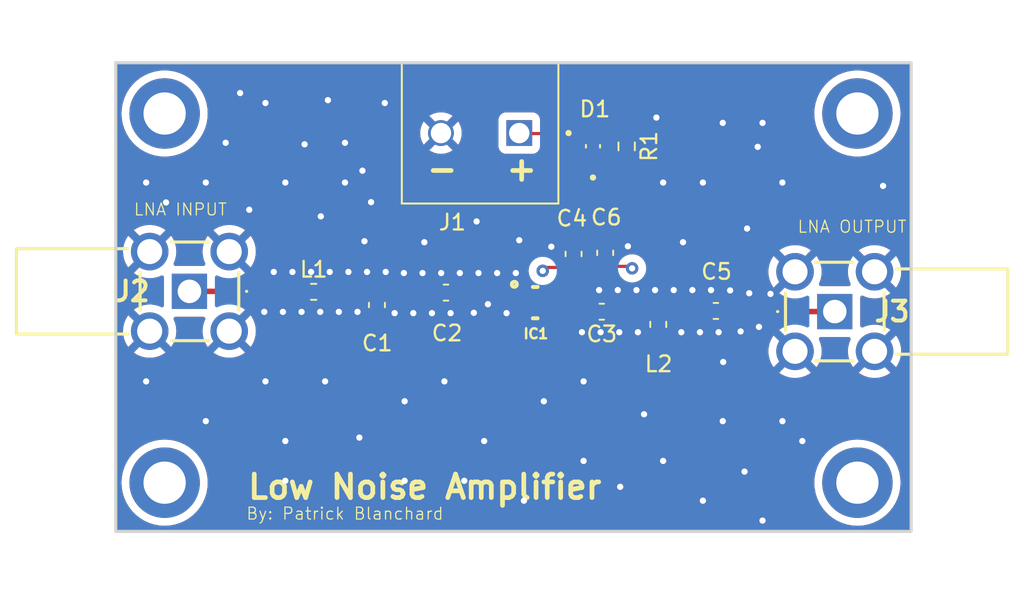
<source format=kicad_pcb>
(kicad_pcb (version 20221018) (generator pcbnew)
  (layers (0 "F.Cu" signal) (1 "In1.Cu" signal) (2 "In2.Cu" signal) (31 "B.Cu" signal) (36 "B.SilkS" user "B.Silkscreen") (37 "F.SilkS" user "F.Silkscreen") (38 "B.Mask" user) (39 "F.Mask" user) (44 "Edge.Cuts" user))
  (net 0 "")
  (net 1 "Net-(C1-Pad1)")
  (net 2 "GND")
  (net 3 "Net-(IC1-IN)")
  (net 4 "Net-(C3-Pad1)")
  (net 5 "Net-(IC1-OUT)")
  (net 6 "+3.3V")
  (net 7 "LNA_OUTPUT")
  (net 8 "Net-(D1-PadC)")
  (net 9 "LNA_INPUT")
  (footprint "Capacitor_SMD:C_0603_1608Metric_Pad1.08x0.95mm_HandSolder" (layer "F.Cu") (at 184.98 119.96)
    (fp_text reference "C5" (at 0.04 -2.51) (layer "F.SilkS"))
    (fp_text value "2 pF")
    (fp_line (start -0.146267 -0.51) (end 0.146267 -0.51) (stroke (width 0.12)) (layer "F.SilkS"))
    (fp_line (start -0.146267 0.51) (end 0.146267 0.51) (stroke (width 0.12)) (layer "F.SilkS"))
    (pad "1" smd roundrect (at -0.8625 0) (size 1.075 0.95) (layers "F.Cu" "F.Paste" "F.Mask") (net 4 "Net-(C3-Pad1)"))
    (pad "2" smd roundrect (at 0.8625 0) (size 1.075 0.95) (layers "F.Cu" "F.Paste" "F.Mask") (net 7 "LNA_OUTPUT"))
  )
  (footprint "Inductor_SMD:L_0603_1608Metric_Pad1.05x0.95mm_HandSolder" (layer "F.Cu") (at 159.29 118.74)
    (fp_text reference "L1" (at 0 -1.43) (layer "F.SilkS"))
    (fp_text value "25 nH")
    (fp_line (start -0.171267 -0.51) (end 0.171267 -0.51) (stroke (width 0.12)) (layer "F.SilkS"))
    (fp_line (start -0.171267 0.51) (end 0.171267 0.51) (stroke (width 0.12)) (layer "F.SilkS"))
    (pad "1" smd roundrect (at -0.875 0) (size 1.05 0.95) (layers "F.Cu" "F.Paste" "F.Mask") (net 9 "LNA_INPUT"))
    (pad "2" smd roundrect (at 0.875 0) (size 1.05 0.95) (layers "F.Cu" "F.Paste" "F.Mask") (net 1 "Net-(C1-Pad1)"))
  )
  (footprint "Capacitor_SMD:C_0603_1608Metric_Pad1.08x0.95mm_HandSolder" (layer "F.Cu") (at 167.74 118.79 180)
    (fp_text reference "C2" (at -0.07 -2.59) (layer "F.SilkS"))
    (fp_text value "100 pF")
    (fp_line (start -0.146267 -0.51) (end 0.146267 -0.51) (stroke (width 0.12)) (layer "F.SilkS"))
    (fp_line (start -0.146267 0.51) (end 0.146267 0.51) (stroke (width 0.12)) (layer "F.SilkS"))
    (pad "1" smd roundrect (at -0.8625 0 180) (size 1.075 0.95) (layers "F.Cu" "F.Paste" "F.Mask") (net 3 "Net-(IC1-IN)"))
    (pad "2" smd roundrect (at 0.8625 0 180) (size 1.075 0.95) (layers "F.Cu" "F.Paste" "F.Mask") (net 1 "Net-(C1-Pad1)"))
  )
  (footprint "Capacitor_SMD:C_0603_1608Metric_Pad1.08x0.95mm_HandSolder" (layer "F.Cu") (at 163.33 119.58 -90)
    (fp_text reference "C1" (at 2.44 -0.02 -180) (layer "F.SilkS"))
    (fp_text value "2 pF")
    (fp_line (start -0.146267 -0.51) (end 0.146267 -0.51) (stroke (width 0.12)) (layer "F.SilkS"))
    (fp_line (start -0.146267 0.51) (end 0.146267 0.51) (stroke (width 0.12)) (layer "F.SilkS"))
    (pad "1" smd roundrect (at -0.8625 0 270) (size 1.075 0.95) (layers "F.Cu" "F.Paste" "F.Mask") (net 1 "Net-(C1-Pad1)"))
    (pad "2" smd roundrect (at 0.8625 0 270) (size 1.075 0.95) (layers "F.Cu" "F.Paste" "F.Mask") (net 2 "GND"))
  )
  (footprint "Capacitor_SMD:C_0603_1608Metric_Pad1.08x0.95mm_HandSolder" (layer "F.Cu") (at 175.89 116.32 90)
    (fp_text reference "C4" (at 2.27 -0.11 180) (layer "F.SilkS"))
    (fp_text value "10 nF")
    (fp_line (start -0.146267 -0.51) (end 0.146267 -0.51) (stroke (width 0.12)) (layer "F.SilkS"))
    (fp_line (start -0.146267 0.51) (end 0.146267 0.51) (stroke (width 0.12)) (layer "F.SilkS"))
    (pad "1" smd roundrect (at -0.8625 0 90) (size 1.075 0.95) (layers "F.Cu" "F.Paste" "F.Mask") (net 6 "+3.3V"))
    (pad "2" smd roundrect (at 0.8625 0 90) (size 1.075 0.95) (layers "F.Cu" "F.Paste" "F.Mask") (net 2 "GND"))
  )
  (footprint "sma:518144002" (layer "F.Cu") (at 151.355 118.71 180)
    (fp_text reference "J2" (at 3.655 0) (layer "F.SilkS") (effects (font (size 1.27 1.27) (thickness 0.254))))
    (fp_text value "50 ohm" hide)
    (fp_line (start -3.7 0) (end -3.7 0) (stroke (width 0.1)) (layer "F.SilkS"))
    (fp_line (start -3.6 0) (end -3.6 0) (stroke (width 0.1)) (layer "F.SilkS"))
    (fp_line (start -3.15 1.2) (end -3.15 -1.2) (stroke (width 0.2)) (layer "F.SilkS"))
    (fp_line (start -1.25 -3.15) (end 1.15 -3.15) (stroke (width 0.2)) (layer "F.SilkS"))
    (fp_line (start 1.15 3.15) (end -1.25 3.15) (stroke (width 0.2)) (layer "F.SilkS"))
    (fp_line (start 3.15 -1.2) (end 3.15 1.2) (stroke (width 0.2)) (layer "F.SilkS"))
    (fp_line (start 3.95 -2.725) (end 11.05 -2.725) (stroke (width 0.2)) (layer "F.SilkS"))
    (fp_line (start 11.05 -2.725) (end 11.05 2.725) (stroke (width 0.2)) (layer "F.SilkS"))
    (fp_line (start 11.05 2.725) (end 3.95 2.725) (stroke (width 0.2)) (layer "F.SilkS"))
    (fp_arc (start -3.7 0) (mid -3.65 -0.05) (end -3.6 0) (stroke (width 0.1)) (layer "F.SilkS"))
    (fp_arc (start -3.6 0) (mid -3.65 0.05) (end -3.7 0) (stroke (width 0.1)) (layer "F.SilkS"))
    (pad "1" thru_hole rect (at 0 0 180) (size 2.25 2.25) (drill 1.5) (layers "*.Cu" "*.Mask") (net 9 "LNA_INPUT"))
    (pad "2" thru_hole circle (at -2.54 -2.54 180) (size 2.4 2.4) (drill 1.6) (layers "*.Cu" "*.Mask") (net 2 "GND"))
    (pad "3" thru_hole circle (at -2.54 2.54 180) (size 2.4 2.4) (drill 1.6) (layers "*.Cu" "*.Mask") (net 2 "GND"))
    (pad "4" thru_hole circle (at 2.54 2.54 180) (size 2.4 2.4) (drill 1.6) (layers "*.Cu" "*.Mask") (net 2 "GND"))
    (pad "5" thru_hole circle (at 2.54 -2.54 180) (size 2.4 2.4) (drill 1.6) (layers "*.Cu" "*.Mask") (net 2 "GND"))
  )
  (footprint "" (layer "F.Cu") (at 149.77 130.93)
    (fp_text reference "" (at 0 0) (layer "F.SilkS") (effects (font (size 1.27 1.27))))
    (fp_text value "" (at 0 0) (layer "F.SilkS") (effects (font (size 1.27 1.27))))
    (pad "1" thru_hole circle (at 0 0) (size 4.5 4.5) (drill 2.7) (layers "*.Cu" "*.Mask"))
  )
  (footprint "terminal block:PHOENIX_1935776" (layer "F.Cu") (at 169.92 108.6)
    (fp_text reference "J1" (at -1.772 5.7) (layer "F.SilkS"))
    (fp_text value "-")
    (fp_line (start -5 4.5) (end -5 -4.5) (stroke (width 0.127)) (layer "F.SilkS"))
    (fp_line (start 5 -4.5) (end -5 -4.5) (stroke (width 0.127)) (layer "F.SilkS"))
    (fp_line (start 5 -4.5) (end 5 4.5) (stroke (width 0.127)) (layer "F.SilkS"))
    (fp_line (start 5 4.5) (end -5 4.5) (stroke (width 0.127)) (layer "F.SilkS"))
    (fp_circle (center 5.65 0) (end 5.75 0) (stroke (width 0.2)) (fill none) (layer "F.SilkS"))
    (pad "01" thru_hole rect (at 2.5 0) (size 1.65 1.65) (drill 1.3) (layers "*.Cu" "*.Mask") (net 6 "+3.3V"))
    (pad "02" thru_hole circle (at -2.5 0) (size 1.65 1.65) (drill 1.3) (layers "*.Cu" "*.Mask") (net 2 "GND"))
  )
  (footprint "bga420:SOT343" (layer "F.Cu") (at 173.44 119.43 -90)
    (fp_text reference "IC1" (at 1.99 -0.04) (layer "F.SilkS") (effects (font (size 0.635 0.635) (thickness 0.15875))))
    (fp_text value "-" hide)
    (fp_line (start -1 -0.15) (end -1 0.15) (stroke (width 0.254)) (layer "F.SilkS"))
    (fp_line (start 1 -0.15) (end 1 0.15) (stroke (width 0.254)) (layer "F.SilkS"))
    (fp_circle (center -1.17 1.333) (end -1.17 1.36308) (stroke (width 0.254)) (fill none) (layer "F.SilkS"))
    (pad "1" smd rect (at -0.65 0.8 270) (size 0.6 0.8) (layers "F.Cu" "F.Paste" "F.Mask") (net 3 "Net-(IC1-IN)"))
    (pad "2" smd rect (at 0.5 0.8) (size 0.8 0.9) (layers "F.Cu" "F.Paste" "F.Mask") (net 2 "GND"))
    (pad "3" smd rect (at 0.65 -0.8 270) (size 0.6 0.8) (layers "F.Cu" "F.Paste" "F.Mask") (net 5 "Net-(IC1-OUT)"))
    (pad "4" smd rect (at -0.65 -0.8 270) (size 0.6 0.8) (layers "F.Cu" "F.Paste" "F.Mask") (net 6 "+3.3V"))
  )
  (footprint "0603 LED:LEDC1608X35N" (layer "F.Cu") (at 177.13 109.44 90)
    (fp_text reference "D1" (at 2.37 0.12 180) (layer "F.SilkS") (effects (font (size 1.002882 1.002882))))
    (fp_text value "-")
    (fp_line (start -0.085 -0.45) (end 0.085 -0.45) (stroke (width 0.127)) (layer "F.SilkS"))
    (fp_line (start 0.085 0.45) (end -0.085 0.45) (stroke (width 0.127)) (layer "F.SilkS"))
    (fp_circle (center -2 0) (end -1.9 0) (stroke (width 0.2)) (fill none) (layer "F.SilkS"))
    (pad "A" smd rect (at 0.81 0 90) (size 0.81 0.93) (layers "F.Cu" "F.Paste" "F.Mask") (net 6 "+3.3V"))
    (pad "C" smd rect (at -0.81 0 90) (size 0.81 0.93) (layers "F.Cu" "F.Paste" "F.Mask") (net 8 "Net-(D1-PadC)"))
  )
  (footprint "Inductor_SMD:L_0603_1608Metric_Pad1.05x0.95mm_HandSolder" (layer "F.Cu") (at 181.3 120.82 90)
    (fp_text reference "L2" (at -2.53 0.02 180) (layer "F.SilkS"))
    (fp_text value "25 nH")
    (fp_line (start -0.171267 -0.51) (end 0.171267 -0.51) (stroke (width 0.12)) (layer "F.SilkS"))
    (fp_line (start -0.171267 0.51) (end 0.171267 0.51) (stroke (width 0.12)) (layer "F.SilkS"))
    (pad "1" smd roundrect (at -0.875 0 90) (size 1.05 0.95) (layers "F.Cu" "F.Paste" "F.Mask") (net 2 "GND"))
    (pad "2" smd roundrect (at 0.875 0 90) (size 1.05 0.95) (layers "F.Cu" "F.Paste" "F.Mask") (net 4 "Net-(C3-Pad1)"))
  )
  (footprint "Resistor_SMD:R_0603_1608Metric_Pad0.98x0.95mm_HandSolder" (layer "F.Cu") (at 179.28 109.45 -90)
    (fp_text reference "R1" (at 0 -1.43 90) (layer "F.SilkS"))
    (fp_text value "1k")
    (fp_line (start -0.254724 -0.5225) (end 0.254724 -0.5225) (stroke (width 0.12)) (layer "F.SilkS"))
    (fp_line (start -0.254724 0.5225) (end 0.254724 0.5225) (stroke (width 0.12)) (layer "F.SilkS"))
    (pad "1" smd roundrect (at -0.9125 0 270) (size 0.975 0.95) (layers "F.Cu" "F.Paste" "F.Mask") (net 2 "GND"))
    (pad "2" smd roundrect (at 0.9125 0 270) (size 0.975 0.95) (layers "F.Cu" "F.Paste" "F.Mask") (net 8 "Net-(D1-PadC)"))
  )
  (footprint "Capacitor_SMD:C_0603_1608Metric_Pad1.08x0.95mm_HandSolder" (layer "F.Cu") (at 177.91 116.25 90)
    (fp_text reference "C6" (at 2.27 0.07 180) (layer "F.SilkS"))
    (fp_text value "100 pF")
    (fp_line (start -0.146267 -0.51) (end 0.146267 -0.51) (stroke (width 0.12)) (layer "F.SilkS"))
    (fp_line (start -0.146267 0.51) (end 0.146267 0.51) (stroke (width 0.12)) (layer "F.SilkS"))
    (pad "1" smd roundrect (at -0.8625 0 90) (size 1.075 0.95) (layers "F.Cu" "F.Paste" "F.Mask") (net 6 "+3.3V"))
    (pad "2" smd roundrect (at 0.8625 0 90) (size 1.075 0.95) (layers "F.Cu" "F.Paste" "F.Mask") (net 2 "GND"))
  )
  (footprint "" (layer "F.Cu") (at 194.02 130.93)
    (fp_text reference "" (at 0 0) (layer "F.SilkS") (effects (font (size 1.27 1.27))))
    (fp_text value "" (at 0 0) (layer "F.SilkS") (effects (font (size 1.27 1.27))))
    (pad "1" thru_hole circle (at 0 0) (size 4.5 4.5) (drill 2.7) (layers "*.Cu" "*.Mask"))
  )
  (footprint "" (layer "F.Cu") (at 149.77 107.35)
    (fp_text reference "" (at 0 0) (layer "F.SilkS") (effects (font (size 1.27 1.27))))
    (fp_text value "" (at 0 0) (layer "F.SilkS") (effects (font (size 1.27 1.27))))
    (pad "1" thru_hole circle (at 0 0) (size 4.5 4.5) (drill 2.7) (layers "*.Cu" "*.Mask"))
  )
  (footprint "Capacitor_SMD:C_0603_1608Metric_Pad1.08x0.95mm_HandSolder" (layer "F.Cu") (at 177.69 120.01 180)
    (fp_text reference "C3" (at 0 -1.43) (layer "F.SilkS"))
    (fp_text value "100 pF")
    (fp_line (start -0.146267 -0.51) (end 0.146267 -0.51) (stroke (width 0.12)) (layer "F.SilkS"))
    (fp_line (start -0.146267 0.51) (end 0.146267 0.51) (stroke (width 0.12)) (layer "F.SilkS"))
    (pad "1" smd roundrect (at -0.8625 0 180) (size 1.075 0.95) (layers "F.Cu" "F.Paste" "F.Mask") (net 4 "Net-(C3-Pad1)"))
    (pad "2" smd roundrect (at 0.8625 0 180) (size 1.075 0.95) (layers "F.Cu" "F.Paste" "F.Mask") (net 5 "Net-(IC1-OUT)"))
  )
  (footprint "sma:518144002" (layer "F.Cu") (at 192.575 120)
    (fp_text reference "J3" (at 3.655 0) (layer "F.SilkS") (effects (font (size 1.27 1.27) (thickness 0.254))))
    (fp_text value "50 ohm" hide)
    (fp_line (start -3.7 0) (end -3.7 0) (stroke (width 0.1)) (layer "F.SilkS"))
    (fp_line (start -3.6 0) (end -3.6 0) (stroke (width 0.1)) (layer "F.SilkS"))
    (fp_line (start -3.15 1.2) (end -3.15 -1.2) (stroke (width 0.2)) (layer "F.SilkS"))
    (fp_line (start -1.25 -3.15) (end 1.15 -3.15) (stroke (width 0.2)) (layer "F.SilkS"))
    (fp_line (start 1.15 3.15) (end -1.25 3.15) (stroke (width 0.2)) (layer "F.SilkS"))
    (fp_line (start 3.15 -1.2) (end 3.15 1.2) (stroke (width 0.2)) (layer "F.SilkS"))
    (fp_line (start 3.95 -2.725) (end 11.05 -2.725) (stroke (width 0.2)) (layer "F.SilkS"))
    (fp_line (start 11.05 -2.725) (end 11.05 2.725) (stroke (width 0.2)) (layer "F.SilkS"))
    (fp_line (start 11.05 2.725) (end 3.95 2.725) (stroke (width 0.2)) (layer "F.SilkS"))
    (fp_arc (start -3.7 0) (mid -3.65 -0.05) (end -3.6 0) (stroke (width 0.1)) (layer "F.SilkS"))
    (fp_arc (start -3.6 0) (mid -3.65 0.05) (end -3.7 0) (stroke (width 0.1)) (layer "F.SilkS"))
    (pad "1" thru_hole rect (at 0 0) (size 2.25 2.25) (drill 1.5) (layers "*.Cu" "*.Mask") (net 7 "LNA_OUTPUT"))
    (pad "2" thru_hole circle (at -2.54 -2.54) (size 2.4 2.4) (drill 1.6) (layers "*.Cu" "*.Mask") (net 2 "GND"))
    (pad "3" thru_hole circle (at -2.54 2.54) (size 2.4 2.4) (drill 1.6) (layers "*.Cu" "*.Mask") (net 2 "GND"))
    (pad "4" thru_hole circle (at 2.54 2.54) (size 2.4 2.4) (drill 1.6) (layers "*.Cu" "*.Mask") (net 2 "GND"))
    (pad "5" thru_hole circle (at 2.54 -2.54) (size 2.4 2.4) (drill 1.6) (layers "*.Cu" "*.Mask") (net 2 "GND"))
  )
  (footprint "" (layer "F.Cu") (at 194.02 107.35)
    (fp_text reference "" (at 0 0) (layer "F.SilkS") (effects (font (size 1.27 1.27))))
    (fp_text value "" (at 0 0) (layer "F.SilkS") (effects (font (size 1.27 1.27))))
    (pad "1" thru_hole circle (at 0 0) (size 4.5 4.5) (drill 2.7) (layers "*.Cu" "*.Mask"))
  )
  (gr_rect (start 146.65 104.11) (end 197.45 134.04) (stroke (width 0.2)) (fill none) (layer "Edge.Cuts"))
  (gr_text "LNA OUTPUT\n\n" (at 190.147613 116.253181) (layer "F.SilkS") (effects (font (size 0.762 0.762) (thickness 0.0762)) (justify left bottom)))
  (gr_text "LNA INPUT\n\n" (at 147.753927 115.151204) (layer "F.SilkS") (effects (font (size 0.762 0.762) (thickness 0.0762)) (justify left bottom)))
  (gr_text "+" (at 171.45 111.76) (layer "F.SilkS") (effects (font (size 1.5 1.5) (thickness 0.3) bold) (justify left bottom)))
  (gr_text "-\n" (at 166.37 111.76) (layer "F.SilkS") (effects (font (size 1.5 1.5) (thickness 0.3) bold) (justify left bottom)))
  (gr_text "Low Noise Amplifier" (at 154.94 132.08) (layer "F.SilkS") (effects (font (size 1.5 1.5) (thickness 0.3) bold) (justify left bottom)))
  (gr_text "By: Patrick Blanchard" (at 154.94 133.35) (layer "F.SilkS") (effects (font (size 0.762 0.762) (thickness 0.0762)) (justify left bottom)))
  (segment (start 163.3075 118.74) (end 163.33 118.7175) (width 0.348996) (layer "F.Cu") (net 1))
  (segment (start 163.33 118.7175) (end 166.805 118.7175) (width 0.348996) (layer "F.Cu") (net 1))
  (segment (start 166.805 118.7175) (end 166.8775 118.79) (width 0.348996) (layer "F.Cu") (net 1))
  (segment (start 160.165 118.74) (end 163.3075 118.74) (width 0.348996) (layer "F.Cu") (net 1))
  (segment (start 174.8725 115.4575) (end 174.47 115.86) (width 0.2032) (layer "F.Cu") (net 2))
  (segment (start 175.89 115.4575) (end 174.8725 115.4575) (width 0.2032) (layer "F.Cu") (net 2))
  (segment (start 172.64 119.93) (end 171.78 119.93) (width 0.2032) (layer "F.Cu") (net 2))
  (segment (start 171.78 119.93) (end 171.61 120.1) (width 0.2032) (layer "F.Cu") (net 2))
  (segment (start 179.28 108.5375) (end 180.2525 108.5375) (width 0.2032) (layer "F.Cu") (net 2))
  (segment (start 180.2525 108.5375) (end 181.18 107.61) (width 0.2032) (layer "F.Cu") (net 2))
  (segment (start 177.91 115.3875) (end 178.9175 115.3875) (width 0.2032) (layer "F.Cu") (net 2))
  (segment (start 178.9175 115.3875) (end 179.36 115.83) (width 0.2032) (layer "F.Cu") (net 2))
  (via (at 171.61 120.1) (size 0.8) (drill 0.4) (layers "F.Cu" "B.Cu") (net 2))
  (via (at 165.652856 120.1) (size 0.8) (drill 0.4) (layers "F.Cu" "B.Cu") (net 2))
  (via (at 187.96 133.35) (size 0.8) (drill 0.4) (layers "F.Cu" "B.Cu") (net 2))
  (via (at 181.61 111.76) (size 0.8) (drill 0.4) (layers "F.Cu" "B.Cu") (net 2))
  (via (at 163.89 117.47) (size 0.8) (drill 0.4) (layers "F.Cu" "B.Cu") (net 2))
  (via (at 152.4 127) (size 0.8) (drill 0.4) (layers "F.Cu" "B.Cu") (net 2))
  (via (at 186.809272 130.222354) (size 0.8) (drill 0.4) (layers "F.Cu" "B.Cu") (net 2))
  (via (at 178.868558 131.194686) (size 0.8) (drill 0.4) (layers "F.Cu" "B.Cu") (net 2))
  (via (at 169.52 120.08) (size 0.8) (drill 0.4) (layers "F.Cu" "B.Cu") (net 2))
  (via (at 185.89 118.65) (size 0.8) (drill 0.4) (layers "F.Cu" "B.Cu") (net 2))
  (via (at 178.808568 121.32) (size 0.8) (drill 0.4) (layers "F.Cu" "B.Cu") (net 2))
  (via (at 188.468 118.872) (size 0.8) (drill 0.4) (layers "F.Cu" "B.Cu") (net 2))
  (via (at 160.315712 117.47) (size 0.8) (drill 0.4) (layers "F.Cu" "B.Cu") (net 2))
  (via (at 182.28714 118.63) (size 0.8) (drill 0.4) (layers "F.Cu" "B.Cu") (net 2))
  (via (at 190.5 128.27) (size 0.8) (drill 0.4) (layers "F.Cu" "B.Cu") (net 2))
  (via (at 158.515712 120.02) (size 0.8) (drill 0.4) (layers "F.Cu" "B.Cu") (net 2))
  (via (at 165.1 130.81) (size 0.8) (drill 0.4) (layers "F.Cu" "B.Cu") (net 2))
  (via (at 172.72 132.08) (size 0.8) (drill 0.4) (layers "F.Cu" "B.Cu") (net 2))
  (via (at 156.21 124.46) (size 0.8) (drill 0.4) (layers "F.Cu" "B.Cu") (net 2))
  (via (at 158.70887 109.317211) (size 0.8) (drill 0.4) (layers "F.Cu" "B.Cu") (net 2))
  (via (at 182.771428 121.32) (size 0.8) (drill 0.4) (layers "F.Cu" "B.Cu") (net 2))
  (via (at 163.83 106.68) (size 0.8) (drill 0.4) (layers "F.Cu" "B.Cu") (net 2))
  (via (at 166.242856 117.54) (size 0.8) (drill 0.4) (layers "F.Cu" "B.Cu") (net 2))
  (via (at 152.4 111.76) (size 0.8) (drill 0.4) (layers "F.Cu" "B.Cu") (net 2))
  (via (at 179.36 115.83) (size 0.8) (drill 0.4) (layers "F.Cu" "B.Cu") (net 2))
  (via (at 181.095712 118.63) (size 0.8) (drill 0.4) (layers "F.Cu" "B.Cu") (net 2))
  (via (at 183.962856 121.32) (size 0.8) (drill 0.4) (layers "F.Cu" "B.Cu") (net 2))
  (via (at 159.70714 120.02) (size 0.8) (drill 0.4) (layers "F.Cu" "B.Cu") (net 2))
  (via (at 189.23 127) (size 0.8) (drill 0.4) (layers "F.Cu" "B.Cu") (net 2))
  (via (at 155.176063 113.498239) (size 0.8) (drill 0.4) (layers "F.Cu" "B.Cu") (net 2))
  (via (at 164.461428 120.1) (size 0.8) (drill 0.4) (layers "F.Cu" "B.Cu") (net 2))
  (via (at 178.712856 118.63) (size 0.8) (drill 0.4) (layers "F.Cu" "B.Cu") (net 2))
  (via (at 165.051428 117.54) (size 0.8) (drill 0.4) (layers "F.Cu" "B.Cu") (net 2))
  (via (at 174.47 115.86) (size 0.8) (drill 0.4) (layers "F.Cu" "B.Cu") (net 2))
  (via (at 170.42 119.53) (size 0.8) (drill 0.4) (layers "F.Cu" "B.Cu") (net 2))
  (via (at 184.15 132.08) (size 0.8) (drill 0.4) (layers "F.Cu" "B.Cu") (net 2))
  (via (at 168.035712 120.1) (size 0.8) (drill 0.4) (layers "F.Cu" "B.Cu") (net 2))
  (via (at 185.42 127) (size 0.8) (drill 0.4) (layers "F.Cu" "B.Cu") (net 2))
  (via (at 168.91 130.81) (size 0.8) (drill 0.4) (layers "F.Cu" "B.Cu") (net 2))
  (via (at 162.09 120.02) (size 0.8) (drill 0.4) (layers "F.Cu" "B.Cu") (net 2))
  (via (at 162.209266 128.050812) (size 0.8) (drill 0.4) (layers "F.Cu" "B.Cu") (net 2))
  (via (at 166.357884 115.572548) (size 0.8) (drill 0.4) (layers "F.Cu" "B.Cu") (net 2))
  (via (at 157.48 111.76) (size 0.8) (drill 0.4) (layers "F.Cu" "B.Cu") (net 2))
  (via (at 186.971327 114.697449) (size 0.8) (drill 0.4) (layers "F.Cu" "B.Cu") (net 2))
  (via (at 187.73 120.98) (size 0.8) (drill 0.4) (layers "F.Cu" "B.Cu") (net 2))
  (via (at 185.448007 123.221562) (size 0.8) (drill 0.4) (layers "F.Cu" "B.Cu") (net 2))
  (via (at 185.154284 121.32) (size 0.8) (drill 0.4) (layers "F.Cu" "B.Cu") (net 2))
  (via (at 181.61 129.54) (size 0.8) (drill 0.4) (layers "F.Cu" "B.Cu") (net 2))
  (via (at 157.48 128.27) (size 0.8) (drill 0.4) (layers "F.Cu" "B.Cu") (net 2))
  (via (at 156.741428 117.47) (size 0.8) (drill 0.4) (layers "F.Cu" "B.Cu") (net 2))
  (via (at 156.132856 120.02) (size 0.8) (drill 0.4) (layers "F.Cu" "B.Cu") (net 2))
  (via (at 161.29 109.22) (size 0.8) (drill 0.4) (layers "F.Cu" "B.Cu") (net 2))
  (via (at 161.50714 117.47) (size 0.8) (drill 0.4) (layers "F.Cu" "B.Cu") (net 2))
  (via (at 162.954721 113.012073) (size 0.8) (drill 0.4) (layers "F.Cu" "B.Cu") (net 2))
  (via (at 184.67 118.63) (size 0.8) (drill 0.4) (layers "F.Cu" "B.Cu") (net 2))
  (via (at 173.99 125.73) (size 0.8) (drill 0.4) (layers "F.Cu" "B.Cu") (net 2))
  (via (at 159.746024 113.919583) (size 0.8) (drill 0.4) (layers "F.Cu" "B.Cu") (net 2))
  (via (at 157.324284 120.02) (size 0.8) (drill 0.4) (layers "F.Cu" "B.Cu") (net 2))
  (via (at 187.65196 109.479266) (size 0.8) (drill 0.4) (layers "F.Cu" "B.Cu") (net 2))
  (via (at 180.391879 126.559902) (size 0.8) (drill 0.4) (layers "F.Cu" "B.Cu") (net 2))
  (via (at 182.88 115.57) (size 0.8) (drill 0.4) (layers "F.Cu" "B.Cu") (net 2))
  (via (at 168.625712 117.54) (size 0.8) (drill 0.4) (layers "F.Cu" "B.Cu") (net 2))
  (via (at 176.53 129.54) (size 0.8) (drill 0.4) (layers "F.Cu" "B.Cu") (net 2))
  (via (at 181.18 107.61) (size 0.8) (drill 0.4) (layers "F.Cu" "B.Cu") (net 2))
  (via (at 171.008568 117.54) (size 0.8) (drill 0.4) (layers "F.Cu" "B.Cu") (net 2))
  (via (at 187.96 107.95) (size 0.8) (drill 0.4) (layers "F.Cu" "B.Cu") (net 2))
  (via (at 176.425712 121.32) (size 0.8) (drill 0.4) (layers "F.Cu" "B.Cu") (net 2))
  (via (at 148.59 111.76) (size 0.8) (drill 0.4) (layers "F.Cu" "B.Cu") (net 2))
  (via (at 162.698568 117.47) (size 0.8) (drill 0.4) (layers "F.Cu" "B.Cu") (net 2))
  (via (at 153.67 109.22) (size 0.8) (drill 0.4) (layers "F.Cu" "B.Cu") (net 2))
  (via (at 179.904284 118.63) (size 0.8) (drill 0.4) (layers "F.Cu" "B.Cu") (net 2))
  (via (at 172.2 117.54) (size 0.8) (drill 0.4) (layers "F.Cu" "B.Cu") (net 2))
  (via (at 167.434284 117.54) (size 0.8) (drill 0.4) (layers "F.Cu" "B.Cu") (net 2))
  (via (at 169.696224 114.243694) (size 0.8) (drill 0.4) (layers "F.Cu" "B.Cu") (net 2))
  (via (at 170.18 128.27) (size 0.8) (drill 0.4) (layers "F.Cu" "B.Cu") (net 2))
  (via (at 185.42 107.95) (size 0.8) (drill 0.4) (layers "F.Cu" "B.Cu") (net 2))
  (via (at 177.521428 118.63) (size 0.8) (drill 0.4) (layers "F.Cu" "B.Cu") (net 2))
  (via (at 149.86 113.03) (size 0.8) (drill 0.4) (layers "F.Cu" "B.Cu") (net 2))
  (via (at 195.657495 111.974919) (size 0.8) (drill 0.4) (layers "F.Cu" "B.Cu") (net 2))
  (via (at 184.15 111.76) (size 0.8) (drill 0.4) (layers "F.Cu" "B.Cu") (net 2))
  (via (at 177.61714 121.32) (size 0.8) (drill 0.4) (layers "F.Cu" "B.Cu") (net 2))
  (via (at 157.48 130.81) (size 0.8) (drill 0.4) (layers "F.Cu" "B.Cu") (net 2))
  (via (at 186.56 121.27) (size 0.8) (drill 0.4) (layers "F.Cu" "B.Cu") (net 2))
  (via (at 169.81714 117.54) (size 0.8) (drill 0.4) (layers "F.Cu" "B.Cu") (net 2))
  (via (at 176.53 124.46) (size 0.8) (drill 0.4) (layers "F.Cu" "B.Cu") (net 2))
  (via (at 180 121.32) (size 0.8) (drill 0.4) (layers "F.Cu" "B.Cu") (net 2))
  (via (at 162.403732 111.002586) (size 0.8) (drill 0.4) (layers "F.Cu" "B.Cu") (net 2))
  (via (at 160.898568 120.02) (size 0.8) (drill 0.4) (layers "F.Cu" "B.Cu") (net 2))
  (via (at 172.418755 115.442904) (size 0.8) (drill 0.4) (layers "F.Cu" "B.Cu") (net 2))
  (via (at 165.1 125.73) (size 0.8) (drill 0.4) (layers "F.Cu" "B.Cu") (net 2))
  (via (at 189.23 111.76) (size 0.8) (drill 0.4) (layers "F.Cu" "B.Cu") (net 2))
  (via (at 161.29 111.76) (size 0.8) (drill 0.4) (layers "F.Cu" "B.Cu") (net 2))
  (via (at 162.533377 115.507726) (size 0.8) (drill 0.4) (layers "F.Cu" "B.Cu") (net 2))
  (via (at 187.11 118.83) (size 0.8) (drill 0.4) (layers "F.Cu" "B.Cu") (net 2))
  (via (at 159.124284 117.47) (size 0.8) (drill 0.4) (layers "F.Cu" "B.Cu") (net 2))
  (via (at 160.199779 106.497447) (size 0.8) (drill 0.4) (layers "F.Cu" "B.Cu") (net 2))
  (via (at 148.59 124.46) (size 0.8) (drill 0.4) (layers "F.Cu" "B.Cu") (net 2))
  (via (at 166.844284 120.1) (size 0.8) (drill 0.4) (layers "F.Cu" "B.Cu") (net 2))
  (via (at 157.932856 117.47) (size 0.8) (drill 0.4) (layers "F.Cu" "B.Cu") (net 2))
  (via (at 160.02 124.46) (size 0.8) (drill 0.4) (layers "F.Cu" "B.Cu") (net 2))
  (via (at 167.64 124.46) (size 0.8) (drill 0.4) (layers "F.Cu" "B.Cu") (net 2))
  (via (at 154.592663 106.043692) (size 0.8) (drill 0.4) (layers "F.Cu" "B.Cu") (net 2))
  (via (at 183.478568 118.63) (size 0.8) (drill 0.4) (layers "F.Cu" "B.Cu") (net 2))
  (via (at 156.21 106.68) (size 0.8) (drill 0.4) (layers "F.Cu" "B.Cu") (net 2))
  (segment (start 168.6125 118.78) (end 172.64 118.78) (width 0.348996) (layer "F.Cu") (net 3))
  (segment (start 168.6025 118.79) (end 168.6125 118.78) (width 0.348996) (layer "F.Cu") (net 3))
  (segment (start 181.235 120.01) (end 181.3 119.945) (width 0.348996) (layer "F.Cu") (net 4))
  (segment (start 178.5525 120.01) (end 181.235 120.01) (width 0.348996) (layer "F.Cu") (net 4))
  (segment (start 181.3 119.945) (end 184.1025 119.945) (width 0.348996) (layer "F.Cu") (net 4))
  (segment (start 184.1025 119.945) (end 184.1175 119.96) (width 0.348996) (layer "F.Cu") (net 4))
  (segment (start 174.24 120.08) (end 176.7575 120.08) (width 0.348996) (layer "F.Cu") (net 5))
  (segment (start 176.7575 120.08) (end 176.8275 120.01) (width 0.348996) (layer "F.Cu") (net 5))
  (segment (start 176.2425 118.78) (end 174.24 118.78) (width 0.2032) (layer "F.Cu") (net 6))
  (segment (start 174.1375 117.1825) (end 173.92 117.4) (width 0.2032) (layer "F.Cu") (net 6))
  (segment (start 175.89 117.1825) (end 174.1375 117.1825) (width 0.2032) (layer "F.Cu") (net 6))
  (segment (start 175.8375 117.1825) (end 174.24 118.78) (width 0.2032) (layer "F.Cu") (net 6))
  (segment (start 177.91 117.1125) (end 179.5025 117.1125) (width 0.2032) (layer "F.Cu") (net 6))
  (segment (start 172.4 108.63) (end 177.13 108.63) (width 0.2032) (layer "F.Cu") (net 6))
  (segment (start 177.91 117.1125) (end 176.2425 118.78) (width 0.2032) (layer "F.Cu") (net 6))
  (segment (start 175.89 117.1825) (end 175.8375 117.1825) (width 0.2032) (layer "F.Cu") (net 6))
  (segment (start 179.5025 117.1125) (end 179.63 117.24) (width 0.2032) (layer "F.Cu") (net 6))
  (via (at 173.92 117.4) (size 0.8) (drill 0.4) (layers "F.Cu" "B.Cu") (net 6))
  (via (at 179.63 117.24) (size 0.8) (drill 0.4) (layers "F.Cu" "B.Cu") (net 6))
  (segment (start 185.8425 119.96) (end 185.8825 120) (width 0.348996) (layer "F.Cu") (net 7))
  (segment (start 185.8825 120) (end 192.575 120) (width 0.348996) (layer "F.Cu") (net 7))
  (segment (start 177.13 110.25) (end 179.1675 110.25) (width 0.2032) (layer "F.Cu") (net 8))
  (segment (start 179.1675 110.25) (end 179.28 110.3625) (width 0.2032) (layer "F.Cu") (net 8))
  (segment (start 158.385 118.71) (end 158.415 118.74) (width 0.348996) (layer "F.Cu") (net 9))
  (segment (start 151.355 118.71) (end 158.385 118.71) (width 0.348996) (layer "F.Cu") (net 9))
  (zone (net 2) (net_name "GND") (layers "F.Cu" "In1.Cu" "B.Cu") (connect_pads (clearance 0.5)) (min_thickness 0.25) (fill yes (thermal_gap 0.5) (thermal_bridge_width 0.5))
    (polygon (pts (xy 142.23 100.66) (xy 201.16 101.14) (xy 201.54 137.46) (xy 142.81 137.73) (xy 142.36 102.36)))
  )
)
</source>
